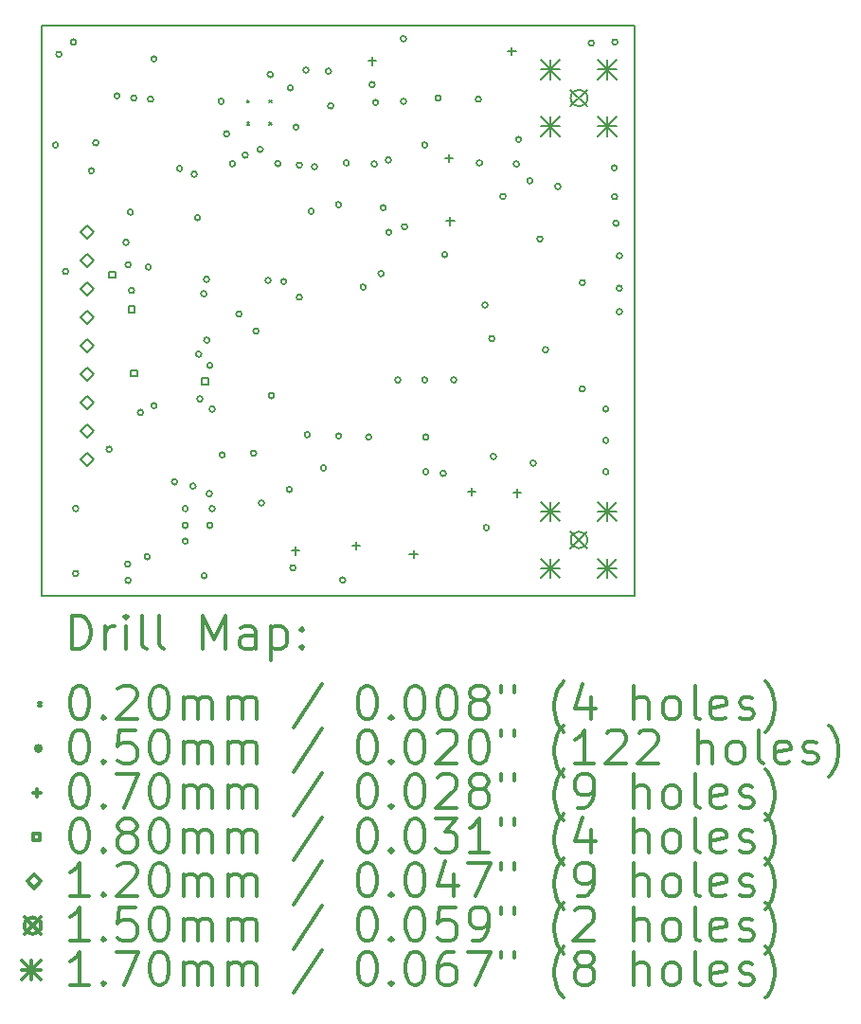
<source format=gbr>
%FSLAX45Y45*%
G04 Gerber Fmt 4.5, Leading zero omitted, Abs format (unit mm)*
G04 Created by KiCad (PCBNEW 4.0.5+dfsg1-4) date Mon Aug 13 15:56:23 2018*
%MOMM*%
%LPD*%
G01*
G04 APERTURE LIST*
%ADD10C,0.127000*%
%ADD11C,0.150000*%
%ADD12C,0.200000*%
%ADD13C,0.300000*%
G04 APERTURE END LIST*
D10*
D11*
X4950000Y-8200000D02*
X4950000Y-13150000D01*
X10250000Y-8050000D02*
X10250000Y-8200000D01*
X4950000Y-8050000D02*
X4950000Y-8200000D01*
X10250000Y-8050000D02*
X4950000Y-8050000D01*
X10250000Y-13150000D02*
X4950000Y-13150000D01*
X10250000Y-8200000D02*
X10250000Y-13150000D01*
D12*
X6780000Y-8720000D02*
X6800000Y-8740000D01*
X6800000Y-8720000D02*
X6780000Y-8740000D01*
X6780000Y-8920000D02*
X6800000Y-8940000D01*
X6800000Y-8920000D02*
X6780000Y-8940000D01*
X6980000Y-8720000D02*
X7000000Y-8740000D01*
X7000000Y-8720000D02*
X6980000Y-8740000D01*
X6980000Y-8920000D02*
X7000000Y-8940000D01*
X7000000Y-8920000D02*
X6980000Y-8940000D01*
X5095000Y-9120000D02*
G75*
G03X5095000Y-9120000I-25000J0D01*
G01*
X5125000Y-8310000D02*
G75*
G03X5125000Y-8310000I-25000J0D01*
G01*
X5185000Y-10250000D02*
G75*
G03X5185000Y-10250000I-25000J0D01*
G01*
X5255000Y-8200000D02*
G75*
G03X5255000Y-8200000I-25000J0D01*
G01*
X5275000Y-12369000D02*
G75*
G03X5275000Y-12369000I-25000J0D01*
G01*
X5275000Y-12950000D02*
G75*
G03X5275000Y-12950000I-25000J0D01*
G01*
X5415000Y-9350000D02*
G75*
G03X5415000Y-9350000I-25000J0D01*
G01*
X5455000Y-9100000D02*
G75*
G03X5455000Y-9100000I-25000J0D01*
G01*
X5575000Y-11840000D02*
G75*
G03X5575000Y-11840000I-25000J0D01*
G01*
X5645000Y-8680000D02*
G75*
G03X5645000Y-8680000I-25000J0D01*
G01*
X5725000Y-9990000D02*
G75*
G03X5725000Y-9990000I-25000J0D01*
G01*
X5740000Y-12867000D02*
G75*
G03X5740000Y-12867000I-25000J0D01*
G01*
X5744000Y-13012000D02*
G75*
G03X5744000Y-13012000I-25000J0D01*
G01*
X5745000Y-10190000D02*
G75*
G03X5745000Y-10190000I-25000J0D01*
G01*
X5765000Y-9720000D02*
G75*
G03X5765000Y-9720000I-25000J0D01*
G01*
X5775000Y-10420000D02*
G75*
G03X5775000Y-10420000I-25000J0D01*
G01*
X5795000Y-8700000D02*
G75*
G03X5795000Y-8700000I-25000J0D01*
G01*
X5855000Y-11510000D02*
G75*
G03X5855000Y-11510000I-25000J0D01*
G01*
X5915000Y-12800000D02*
G75*
G03X5915000Y-12800000I-25000J0D01*
G01*
X5925420Y-10210800D02*
G75*
G03X5925420Y-10210800I-25000J0D01*
G01*
X5945000Y-8710000D02*
G75*
G03X5945000Y-8710000I-25000J0D01*
G01*
X5975000Y-8350000D02*
G75*
G03X5975000Y-8350000I-25000J0D01*
G01*
X5975000Y-11450000D02*
G75*
G03X5975000Y-11450000I-25000J0D01*
G01*
X6159100Y-12131040D02*
G75*
G03X6159100Y-12131040I-25000J0D01*
G01*
X6205000Y-9330000D02*
G75*
G03X6205000Y-9330000I-25000J0D01*
G01*
X6255000Y-12370000D02*
G75*
G03X6255000Y-12370000I-25000J0D01*
G01*
X6255000Y-12520000D02*
G75*
G03X6255000Y-12520000I-25000J0D01*
G01*
X6255000Y-12660000D02*
G75*
G03X6255000Y-12660000I-25000J0D01*
G01*
X6324200Y-12167870D02*
G75*
G03X6324200Y-12167870I-25000J0D01*
G01*
X6335000Y-9380000D02*
G75*
G03X6335000Y-9380000I-25000J0D01*
G01*
X6365000Y-9770000D02*
G75*
G03X6365000Y-9770000I-25000J0D01*
G01*
X6375000Y-10990000D02*
G75*
G03X6375000Y-10990000I-25000J0D01*
G01*
X6385000Y-11390000D02*
G75*
G03X6385000Y-11390000I-25000J0D01*
G01*
X6420720Y-10449560D02*
G75*
G03X6420720Y-10449560I-25000J0D01*
G01*
X6425000Y-12970000D02*
G75*
G03X6425000Y-12970000I-25000J0D01*
G01*
X6445000Y-10320000D02*
G75*
G03X6445000Y-10320000I-25000J0D01*
G01*
X6447390Y-10864850D02*
G75*
G03X6447390Y-10864850I-25000J0D01*
G01*
X6468980Y-12236450D02*
G75*
G03X6468980Y-12236450I-25000J0D01*
G01*
X6475000Y-11090000D02*
G75*
G03X6475000Y-11090000I-25000J0D01*
G01*
X6475000Y-12520000D02*
G75*
G03X6475000Y-12520000I-25000J0D01*
G01*
X6495000Y-11480000D02*
G75*
G03X6495000Y-11480000I-25000J0D01*
G01*
X6495000Y-12370000D02*
G75*
G03X6495000Y-12370000I-25000J0D01*
G01*
X6575000Y-8730000D02*
G75*
G03X6575000Y-8730000I-25000J0D01*
G01*
X6585000Y-11890000D02*
G75*
G03X6585000Y-11890000I-25000J0D01*
G01*
X6625000Y-9020000D02*
G75*
G03X6625000Y-9020000I-25000J0D01*
G01*
X6677000Y-9288000D02*
G75*
G03X6677000Y-9288000I-25000J0D01*
G01*
X6735000Y-10630000D02*
G75*
G03X6735000Y-10630000I-25000J0D01*
G01*
X6791000Y-9210000D02*
G75*
G03X6791000Y-9210000I-25000J0D01*
G01*
X6865220Y-11874500D02*
G75*
G03X6865220Y-11874500I-25000J0D01*
G01*
X6888080Y-10783570D02*
G75*
G03X6888080Y-10783570I-25000J0D01*
G01*
X6925000Y-9160000D02*
G75*
G03X6925000Y-9160000I-25000J0D01*
G01*
X6935000Y-12320000D02*
G75*
G03X6935000Y-12320000I-25000J0D01*
G01*
X6995000Y-10330000D02*
G75*
G03X6995000Y-10330000I-25000J0D01*
G01*
X7015000Y-8490000D02*
G75*
G03X7015000Y-8490000I-25000J0D01*
G01*
X7025000Y-11360000D02*
G75*
G03X7025000Y-11360000I-25000J0D01*
G01*
X7083000Y-9286000D02*
G75*
G03X7083000Y-9286000I-25000J0D01*
G01*
X7135000Y-10340000D02*
G75*
G03X7135000Y-10340000I-25000J0D01*
G01*
X7185000Y-12200000D02*
G75*
G03X7185000Y-12200000I-25000J0D01*
G01*
X7195000Y-8610000D02*
G75*
G03X7195000Y-8610000I-25000J0D01*
G01*
X7217010Y-12899390D02*
G75*
G03X7217010Y-12899390I-25000J0D01*
G01*
X7245000Y-8960000D02*
G75*
G03X7245000Y-8960000I-25000J0D01*
G01*
X7275000Y-9300000D02*
G75*
G03X7275000Y-9300000I-25000J0D01*
G01*
X7275000Y-10480000D02*
G75*
G03X7275000Y-10480000I-25000J0D01*
G01*
X7335000Y-8450000D02*
G75*
G03X7335000Y-8450000I-25000J0D01*
G01*
X7345000Y-11710000D02*
G75*
G03X7345000Y-11710000I-25000J0D01*
G01*
X7380000Y-9712000D02*
G75*
G03X7380000Y-9712000I-25000J0D01*
G01*
X7411000Y-9314000D02*
G75*
G03X7411000Y-9314000I-25000J0D01*
G01*
X7490060Y-12006580D02*
G75*
G03X7490060Y-12006580I-25000J0D01*
G01*
X7535000Y-8460000D02*
G75*
G03X7535000Y-8460000I-25000J0D01*
G01*
X7555000Y-8770000D02*
G75*
G03X7555000Y-8770000I-25000J0D01*
G01*
X7624680Y-9653270D02*
G75*
G03X7624680Y-9653270I-25000J0D01*
G01*
X7625000Y-11720000D02*
G75*
G03X7625000Y-11720000I-25000J0D01*
G01*
X7661510Y-13007340D02*
G75*
G03X7661510Y-13007340I-25000J0D01*
G01*
X7695000Y-9280000D02*
G75*
G03X7695000Y-9280000I-25000J0D01*
G01*
X7845000Y-10390000D02*
G75*
G03X7845000Y-10390000I-25000J0D01*
G01*
X7895000Y-11730000D02*
G75*
G03X7895000Y-11730000I-25000J0D01*
G01*
X7925000Y-8580000D02*
G75*
G03X7925000Y-8580000I-25000J0D01*
G01*
X7945000Y-9290000D02*
G75*
G03X7945000Y-9290000I-25000J0D01*
G01*
X7955000Y-8740000D02*
G75*
G03X7955000Y-8740000I-25000J0D01*
G01*
X8005000Y-10270000D02*
G75*
G03X8005000Y-10270000I-25000J0D01*
G01*
X8025000Y-9680000D02*
G75*
G03X8025000Y-9680000I-25000J0D01*
G01*
X8070450Y-9253220D02*
G75*
G03X8070450Y-9253220I-25000J0D01*
G01*
X8075000Y-9900000D02*
G75*
G03X8075000Y-9900000I-25000J0D01*
G01*
X8155000Y-11220000D02*
G75*
G03X8155000Y-11220000I-25000J0D01*
G01*
X8205000Y-8170000D02*
G75*
G03X8205000Y-8170000I-25000J0D01*
G01*
X8205000Y-8730000D02*
G75*
G03X8205000Y-8730000I-25000J0D01*
G01*
X8215000Y-9850000D02*
G75*
G03X8215000Y-9850000I-25000J0D01*
G01*
X8395000Y-9120000D02*
G75*
G03X8395000Y-9120000I-25000J0D01*
G01*
X8395000Y-11220000D02*
G75*
G03X8395000Y-11220000I-25000J0D01*
G01*
X8405000Y-11730000D02*
G75*
G03X8405000Y-11730000I-25000J0D01*
G01*
X8405000Y-12040000D02*
G75*
G03X8405000Y-12040000I-25000J0D01*
G01*
X8515000Y-8700000D02*
G75*
G03X8515000Y-8700000I-25000J0D01*
G01*
X8560670Y-12054840D02*
G75*
G03X8560670Y-12054840I-25000J0D01*
G01*
X8575000Y-10100000D02*
G75*
G03X8575000Y-10100000I-25000J0D01*
G01*
X8655000Y-11220000D02*
G75*
G03X8655000Y-11220000I-25000J0D01*
G01*
X8875000Y-8710000D02*
G75*
G03X8875000Y-8710000I-25000J0D01*
G01*
X8885000Y-9280000D02*
G75*
G03X8885000Y-9280000I-25000J0D01*
G01*
X8935000Y-10550000D02*
G75*
G03X8935000Y-10550000I-25000J0D01*
G01*
X8945000Y-12540000D02*
G75*
G03X8945000Y-12540000I-25000J0D01*
G01*
X8995000Y-10850000D02*
G75*
G03X8995000Y-10850000I-25000J0D01*
G01*
X9008980Y-11903710D02*
G75*
G03X9008980Y-11903710I-25000J0D01*
G01*
X9095000Y-9580000D02*
G75*
G03X9095000Y-9580000I-25000J0D01*
G01*
X9215000Y-9290000D02*
G75*
G03X9215000Y-9290000I-25000J0D01*
G01*
X9235000Y-9070000D02*
G75*
G03X9235000Y-9070000I-25000J0D01*
G01*
X9335000Y-9440000D02*
G75*
G03X9335000Y-9440000I-25000J0D01*
G01*
X9364580Y-11963400D02*
G75*
G03X9364580Y-11963400I-25000J0D01*
G01*
X9425000Y-9960000D02*
G75*
G03X9425000Y-9960000I-25000J0D01*
G01*
X9475000Y-10950000D02*
G75*
G03X9475000Y-10950000I-25000J0D01*
G01*
X9585000Y-9490000D02*
G75*
G03X9585000Y-9490000I-25000J0D01*
G01*
X9803190Y-11300000D02*
G75*
G03X9803190Y-11300000I-25000J0D01*
G01*
X9805000Y-10350000D02*
G75*
G03X9805000Y-10350000I-25000J0D01*
G01*
X9885000Y-8210000D02*
G75*
G03X9885000Y-8210000I-25000J0D01*
G01*
X10015000Y-11480000D02*
G75*
G03X10015000Y-11480000I-25000J0D01*
G01*
X10015000Y-11760000D02*
G75*
G03X10015000Y-11760000I-25000J0D01*
G01*
X10015000Y-12040000D02*
G75*
G03X10015000Y-12040000I-25000J0D01*
G01*
X10089000Y-9324000D02*
G75*
G03X10089000Y-9324000I-25000J0D01*
G01*
X10093000Y-9582000D02*
G75*
G03X10093000Y-9582000I-25000J0D01*
G01*
X10095000Y-8200000D02*
G75*
G03X10095000Y-8200000I-25000J0D01*
G01*
X10105000Y-9820000D02*
G75*
G03X10105000Y-9820000I-25000J0D01*
G01*
X10135000Y-10110000D02*
G75*
G03X10135000Y-10110000I-25000J0D01*
G01*
X10135000Y-10400000D02*
G75*
G03X10135000Y-10400000I-25000J0D01*
G01*
X10135000Y-10610000D02*
G75*
G03X10135000Y-10610000I-25000J0D01*
G01*
X7218680Y-12711990D02*
X7218680Y-12781990D01*
X7183680Y-12746990D02*
X7253680Y-12746990D01*
X7759700Y-12666270D02*
X7759700Y-12736270D01*
X7724700Y-12701270D02*
X7794700Y-12701270D01*
X7900000Y-8335000D02*
X7900000Y-8405000D01*
X7865000Y-8370000D02*
X7935000Y-8370000D01*
X8270000Y-12745000D02*
X8270000Y-12815000D01*
X8235000Y-12780000D02*
X8305000Y-12780000D01*
X8590000Y-9205000D02*
X8590000Y-9275000D01*
X8555000Y-9240000D02*
X8625000Y-9240000D01*
X8600000Y-9765000D02*
X8600000Y-9835000D01*
X8565000Y-9800000D02*
X8635000Y-9800000D01*
X8790000Y-12185000D02*
X8790000Y-12255000D01*
X8755000Y-12220000D02*
X8825000Y-12220000D01*
X9150000Y-8245000D02*
X9150000Y-8315000D01*
X9115000Y-8280000D02*
X9185000Y-8280000D01*
X9200000Y-12195000D02*
X9200000Y-12265000D01*
X9165000Y-12230000D02*
X9235000Y-12230000D01*
X5608284Y-10308285D02*
X5608284Y-10251716D01*
X5551716Y-10251716D01*
X5551716Y-10308285D01*
X5608284Y-10308285D01*
X5778284Y-10618285D02*
X5778284Y-10561716D01*
X5721715Y-10561716D01*
X5721715Y-10618285D01*
X5778284Y-10618285D01*
X5798284Y-11188284D02*
X5798284Y-11131716D01*
X5741715Y-11131716D01*
X5741715Y-11188284D01*
X5798284Y-11188284D01*
X6438284Y-11258284D02*
X6438284Y-11201715D01*
X6381715Y-11201715D01*
X6381715Y-11258284D01*
X6438284Y-11258284D01*
X5350000Y-9960000D02*
X5410000Y-9900000D01*
X5350000Y-9840000D01*
X5290000Y-9900000D01*
X5350000Y-9960000D01*
X5350000Y-10214000D02*
X5410000Y-10154000D01*
X5350000Y-10094000D01*
X5290000Y-10154000D01*
X5350000Y-10214000D01*
X5350000Y-10468000D02*
X5410000Y-10408000D01*
X5350000Y-10348000D01*
X5290000Y-10408000D01*
X5350000Y-10468000D01*
X5350000Y-10722000D02*
X5410000Y-10662000D01*
X5350000Y-10602000D01*
X5290000Y-10662000D01*
X5350000Y-10722000D01*
X5350000Y-10976000D02*
X5410000Y-10916000D01*
X5350000Y-10856000D01*
X5290000Y-10916000D01*
X5350000Y-10976000D01*
X5350000Y-11230000D02*
X5410000Y-11170000D01*
X5350000Y-11110000D01*
X5290000Y-11170000D01*
X5350000Y-11230000D01*
X5350000Y-11484000D02*
X5410000Y-11424000D01*
X5350000Y-11364000D01*
X5290000Y-11424000D01*
X5350000Y-11484000D01*
X5350000Y-11738000D02*
X5410000Y-11678000D01*
X5350000Y-11618000D01*
X5290000Y-11678000D01*
X5350000Y-11738000D01*
X5350000Y-11992000D02*
X5410000Y-11932000D01*
X5350000Y-11872000D01*
X5290000Y-11932000D01*
X5350000Y-11992000D01*
X9675000Y-8625000D02*
X9825000Y-8775000D01*
X9825000Y-8625000D02*
X9675000Y-8775000D01*
X9825000Y-8700000D02*
G75*
G03X9825000Y-8700000I-75000J0D01*
G01*
X9675000Y-12575000D02*
X9825000Y-12725000D01*
X9825000Y-12575000D02*
X9675000Y-12725000D01*
X9825000Y-12650000D02*
G75*
G03X9825000Y-12650000I-75000J0D01*
G01*
X9411000Y-8361000D02*
X9581000Y-8531000D01*
X9581000Y-8361000D02*
X9411000Y-8531000D01*
X9496000Y-8361000D02*
X9496000Y-8531000D01*
X9411000Y-8446000D02*
X9581000Y-8446000D01*
X9411000Y-8869000D02*
X9581000Y-9039000D01*
X9581000Y-8869000D02*
X9411000Y-9039000D01*
X9496000Y-8869000D02*
X9496000Y-9039000D01*
X9411000Y-8954000D02*
X9581000Y-8954000D01*
X9411000Y-12311000D02*
X9581000Y-12481000D01*
X9581000Y-12311000D02*
X9411000Y-12481000D01*
X9496000Y-12311000D02*
X9496000Y-12481000D01*
X9411000Y-12396000D02*
X9581000Y-12396000D01*
X9411000Y-12819000D02*
X9581000Y-12989000D01*
X9581000Y-12819000D02*
X9411000Y-12989000D01*
X9496000Y-12819000D02*
X9496000Y-12989000D01*
X9411000Y-12904000D02*
X9581000Y-12904000D01*
X9919000Y-8361000D02*
X10089000Y-8531000D01*
X10089000Y-8361000D02*
X9919000Y-8531000D01*
X10004000Y-8361000D02*
X10004000Y-8531000D01*
X9919000Y-8446000D02*
X10089000Y-8446000D01*
X9919000Y-8869000D02*
X10089000Y-9039000D01*
X10089000Y-8869000D02*
X9919000Y-9039000D01*
X10004000Y-8869000D02*
X10004000Y-9039000D01*
X9919000Y-8954000D02*
X10089000Y-8954000D01*
X9919000Y-12311000D02*
X10089000Y-12481000D01*
X10089000Y-12311000D02*
X9919000Y-12481000D01*
X10004000Y-12311000D02*
X10004000Y-12481000D01*
X9919000Y-12396000D02*
X10089000Y-12396000D01*
X9919000Y-12819000D02*
X10089000Y-12989000D01*
X10089000Y-12819000D02*
X9919000Y-12989000D01*
X10004000Y-12819000D02*
X10004000Y-12989000D01*
X9919000Y-12904000D02*
X10089000Y-12904000D01*
D13*
X5213929Y-13623214D02*
X5213929Y-13323214D01*
X5285357Y-13323214D01*
X5328214Y-13337500D01*
X5356786Y-13366071D01*
X5371071Y-13394643D01*
X5385357Y-13451786D01*
X5385357Y-13494643D01*
X5371071Y-13551786D01*
X5356786Y-13580357D01*
X5328214Y-13608929D01*
X5285357Y-13623214D01*
X5213929Y-13623214D01*
X5513929Y-13623214D02*
X5513929Y-13423214D01*
X5513929Y-13480357D02*
X5528214Y-13451786D01*
X5542500Y-13437500D01*
X5571071Y-13423214D01*
X5599643Y-13423214D01*
X5699643Y-13623214D02*
X5699643Y-13423214D01*
X5699643Y-13323214D02*
X5685357Y-13337500D01*
X5699643Y-13351786D01*
X5713928Y-13337500D01*
X5699643Y-13323214D01*
X5699643Y-13351786D01*
X5885357Y-13623214D02*
X5856786Y-13608929D01*
X5842500Y-13580357D01*
X5842500Y-13323214D01*
X6042500Y-13623214D02*
X6013928Y-13608929D01*
X5999643Y-13580357D01*
X5999643Y-13323214D01*
X6385357Y-13623214D02*
X6385357Y-13323214D01*
X6485357Y-13537500D01*
X6585357Y-13323214D01*
X6585357Y-13623214D01*
X6856786Y-13623214D02*
X6856786Y-13466071D01*
X6842500Y-13437500D01*
X6813928Y-13423214D01*
X6756786Y-13423214D01*
X6728214Y-13437500D01*
X6856786Y-13608929D02*
X6828214Y-13623214D01*
X6756786Y-13623214D01*
X6728214Y-13608929D01*
X6713928Y-13580357D01*
X6713928Y-13551786D01*
X6728214Y-13523214D01*
X6756786Y-13508929D01*
X6828214Y-13508929D01*
X6856786Y-13494643D01*
X6999643Y-13423214D02*
X6999643Y-13723214D01*
X6999643Y-13437500D02*
X7028214Y-13423214D01*
X7085357Y-13423214D01*
X7113928Y-13437500D01*
X7128214Y-13451786D01*
X7142500Y-13480357D01*
X7142500Y-13566071D01*
X7128214Y-13594643D01*
X7113928Y-13608929D01*
X7085357Y-13623214D01*
X7028214Y-13623214D01*
X6999643Y-13608929D01*
X7271071Y-13594643D02*
X7285357Y-13608929D01*
X7271071Y-13623214D01*
X7256786Y-13608929D01*
X7271071Y-13594643D01*
X7271071Y-13623214D01*
X7271071Y-13437500D02*
X7285357Y-13451786D01*
X7271071Y-13466071D01*
X7256786Y-13451786D01*
X7271071Y-13437500D01*
X7271071Y-13466071D01*
X4922500Y-14107500D02*
X4942500Y-14127500D01*
X4942500Y-14107500D02*
X4922500Y-14127500D01*
X5271071Y-13953214D02*
X5299643Y-13953214D01*
X5328214Y-13967500D01*
X5342500Y-13981786D01*
X5356786Y-14010357D01*
X5371071Y-14067500D01*
X5371071Y-14138929D01*
X5356786Y-14196071D01*
X5342500Y-14224643D01*
X5328214Y-14238929D01*
X5299643Y-14253214D01*
X5271071Y-14253214D01*
X5242500Y-14238929D01*
X5228214Y-14224643D01*
X5213929Y-14196071D01*
X5199643Y-14138929D01*
X5199643Y-14067500D01*
X5213929Y-14010357D01*
X5228214Y-13981786D01*
X5242500Y-13967500D01*
X5271071Y-13953214D01*
X5499643Y-14224643D02*
X5513929Y-14238929D01*
X5499643Y-14253214D01*
X5485357Y-14238929D01*
X5499643Y-14224643D01*
X5499643Y-14253214D01*
X5628214Y-13981786D02*
X5642500Y-13967500D01*
X5671071Y-13953214D01*
X5742500Y-13953214D01*
X5771071Y-13967500D01*
X5785357Y-13981786D01*
X5799643Y-14010357D01*
X5799643Y-14038929D01*
X5785357Y-14081786D01*
X5613928Y-14253214D01*
X5799643Y-14253214D01*
X5985357Y-13953214D02*
X6013928Y-13953214D01*
X6042500Y-13967500D01*
X6056786Y-13981786D01*
X6071071Y-14010357D01*
X6085357Y-14067500D01*
X6085357Y-14138929D01*
X6071071Y-14196071D01*
X6056786Y-14224643D01*
X6042500Y-14238929D01*
X6013928Y-14253214D01*
X5985357Y-14253214D01*
X5956786Y-14238929D01*
X5942500Y-14224643D01*
X5928214Y-14196071D01*
X5913928Y-14138929D01*
X5913928Y-14067500D01*
X5928214Y-14010357D01*
X5942500Y-13981786D01*
X5956786Y-13967500D01*
X5985357Y-13953214D01*
X6213928Y-14253214D02*
X6213928Y-14053214D01*
X6213928Y-14081786D02*
X6228214Y-14067500D01*
X6256786Y-14053214D01*
X6299643Y-14053214D01*
X6328214Y-14067500D01*
X6342500Y-14096071D01*
X6342500Y-14253214D01*
X6342500Y-14096071D02*
X6356786Y-14067500D01*
X6385357Y-14053214D01*
X6428214Y-14053214D01*
X6456786Y-14067500D01*
X6471071Y-14096071D01*
X6471071Y-14253214D01*
X6613928Y-14253214D02*
X6613928Y-14053214D01*
X6613928Y-14081786D02*
X6628214Y-14067500D01*
X6656786Y-14053214D01*
X6699643Y-14053214D01*
X6728214Y-14067500D01*
X6742500Y-14096071D01*
X6742500Y-14253214D01*
X6742500Y-14096071D02*
X6756786Y-14067500D01*
X6785357Y-14053214D01*
X6828214Y-14053214D01*
X6856786Y-14067500D01*
X6871071Y-14096071D01*
X6871071Y-14253214D01*
X7456786Y-13938929D02*
X7199643Y-14324643D01*
X7842500Y-13953214D02*
X7871071Y-13953214D01*
X7899643Y-13967500D01*
X7913928Y-13981786D01*
X7928214Y-14010357D01*
X7942500Y-14067500D01*
X7942500Y-14138929D01*
X7928214Y-14196071D01*
X7913928Y-14224643D01*
X7899643Y-14238929D01*
X7871071Y-14253214D01*
X7842500Y-14253214D01*
X7813928Y-14238929D01*
X7799643Y-14224643D01*
X7785357Y-14196071D01*
X7771071Y-14138929D01*
X7771071Y-14067500D01*
X7785357Y-14010357D01*
X7799643Y-13981786D01*
X7813928Y-13967500D01*
X7842500Y-13953214D01*
X8071071Y-14224643D02*
X8085357Y-14238929D01*
X8071071Y-14253214D01*
X8056786Y-14238929D01*
X8071071Y-14224643D01*
X8071071Y-14253214D01*
X8271071Y-13953214D02*
X8299643Y-13953214D01*
X8328214Y-13967500D01*
X8342500Y-13981786D01*
X8356785Y-14010357D01*
X8371071Y-14067500D01*
X8371071Y-14138929D01*
X8356785Y-14196071D01*
X8342500Y-14224643D01*
X8328214Y-14238929D01*
X8299643Y-14253214D01*
X8271071Y-14253214D01*
X8242500Y-14238929D01*
X8228214Y-14224643D01*
X8213928Y-14196071D01*
X8199643Y-14138929D01*
X8199643Y-14067500D01*
X8213928Y-14010357D01*
X8228214Y-13981786D01*
X8242500Y-13967500D01*
X8271071Y-13953214D01*
X8556786Y-13953214D02*
X8585357Y-13953214D01*
X8613928Y-13967500D01*
X8628214Y-13981786D01*
X8642500Y-14010357D01*
X8656786Y-14067500D01*
X8656786Y-14138929D01*
X8642500Y-14196071D01*
X8628214Y-14224643D01*
X8613928Y-14238929D01*
X8585357Y-14253214D01*
X8556786Y-14253214D01*
X8528214Y-14238929D01*
X8513928Y-14224643D01*
X8499643Y-14196071D01*
X8485357Y-14138929D01*
X8485357Y-14067500D01*
X8499643Y-14010357D01*
X8513928Y-13981786D01*
X8528214Y-13967500D01*
X8556786Y-13953214D01*
X8828214Y-14081786D02*
X8799643Y-14067500D01*
X8785357Y-14053214D01*
X8771071Y-14024643D01*
X8771071Y-14010357D01*
X8785357Y-13981786D01*
X8799643Y-13967500D01*
X8828214Y-13953214D01*
X8885357Y-13953214D01*
X8913928Y-13967500D01*
X8928214Y-13981786D01*
X8942500Y-14010357D01*
X8942500Y-14024643D01*
X8928214Y-14053214D01*
X8913928Y-14067500D01*
X8885357Y-14081786D01*
X8828214Y-14081786D01*
X8799643Y-14096071D01*
X8785357Y-14110357D01*
X8771071Y-14138929D01*
X8771071Y-14196071D01*
X8785357Y-14224643D01*
X8799643Y-14238929D01*
X8828214Y-14253214D01*
X8885357Y-14253214D01*
X8913928Y-14238929D01*
X8928214Y-14224643D01*
X8942500Y-14196071D01*
X8942500Y-14138929D01*
X8928214Y-14110357D01*
X8913928Y-14096071D01*
X8885357Y-14081786D01*
X9056786Y-13953214D02*
X9056786Y-14010357D01*
X9171071Y-13953214D02*
X9171071Y-14010357D01*
X9613928Y-14367500D02*
X9599643Y-14353214D01*
X9571071Y-14310357D01*
X9556786Y-14281786D01*
X9542500Y-14238929D01*
X9528214Y-14167500D01*
X9528214Y-14110357D01*
X9542500Y-14038929D01*
X9556786Y-13996071D01*
X9571071Y-13967500D01*
X9599643Y-13924643D01*
X9613928Y-13910357D01*
X9856786Y-14053214D02*
X9856786Y-14253214D01*
X9785357Y-13938929D02*
X9713928Y-14153214D01*
X9899643Y-14153214D01*
X10242500Y-14253214D02*
X10242500Y-13953214D01*
X10371071Y-14253214D02*
X10371071Y-14096071D01*
X10356786Y-14067500D01*
X10328214Y-14053214D01*
X10285357Y-14053214D01*
X10256786Y-14067500D01*
X10242500Y-14081786D01*
X10556786Y-14253214D02*
X10528214Y-14238929D01*
X10513928Y-14224643D01*
X10499643Y-14196071D01*
X10499643Y-14110357D01*
X10513928Y-14081786D01*
X10528214Y-14067500D01*
X10556786Y-14053214D01*
X10599643Y-14053214D01*
X10628214Y-14067500D01*
X10642500Y-14081786D01*
X10656786Y-14110357D01*
X10656786Y-14196071D01*
X10642500Y-14224643D01*
X10628214Y-14238929D01*
X10599643Y-14253214D01*
X10556786Y-14253214D01*
X10828214Y-14253214D02*
X10799643Y-14238929D01*
X10785357Y-14210357D01*
X10785357Y-13953214D01*
X11056786Y-14238929D02*
X11028214Y-14253214D01*
X10971071Y-14253214D01*
X10942500Y-14238929D01*
X10928214Y-14210357D01*
X10928214Y-14096071D01*
X10942500Y-14067500D01*
X10971071Y-14053214D01*
X11028214Y-14053214D01*
X11056786Y-14067500D01*
X11071071Y-14096071D01*
X11071071Y-14124643D01*
X10928214Y-14153214D01*
X11185357Y-14238929D02*
X11213928Y-14253214D01*
X11271071Y-14253214D01*
X11299643Y-14238929D01*
X11313928Y-14210357D01*
X11313928Y-14196071D01*
X11299643Y-14167500D01*
X11271071Y-14153214D01*
X11228214Y-14153214D01*
X11199643Y-14138929D01*
X11185357Y-14110357D01*
X11185357Y-14096071D01*
X11199643Y-14067500D01*
X11228214Y-14053214D01*
X11271071Y-14053214D01*
X11299643Y-14067500D01*
X11413928Y-14367500D02*
X11428214Y-14353214D01*
X11456786Y-14310357D01*
X11471071Y-14281786D01*
X11485357Y-14238929D01*
X11499643Y-14167500D01*
X11499643Y-14110357D01*
X11485357Y-14038929D01*
X11471071Y-13996071D01*
X11456786Y-13967500D01*
X11428214Y-13924643D01*
X11413928Y-13910357D01*
X4942500Y-14513500D02*
G75*
G03X4942500Y-14513500I-25000J0D01*
G01*
X5271071Y-14349214D02*
X5299643Y-14349214D01*
X5328214Y-14363500D01*
X5342500Y-14377786D01*
X5356786Y-14406357D01*
X5371071Y-14463500D01*
X5371071Y-14534929D01*
X5356786Y-14592071D01*
X5342500Y-14620643D01*
X5328214Y-14634929D01*
X5299643Y-14649214D01*
X5271071Y-14649214D01*
X5242500Y-14634929D01*
X5228214Y-14620643D01*
X5213929Y-14592071D01*
X5199643Y-14534929D01*
X5199643Y-14463500D01*
X5213929Y-14406357D01*
X5228214Y-14377786D01*
X5242500Y-14363500D01*
X5271071Y-14349214D01*
X5499643Y-14620643D02*
X5513929Y-14634929D01*
X5499643Y-14649214D01*
X5485357Y-14634929D01*
X5499643Y-14620643D01*
X5499643Y-14649214D01*
X5785357Y-14349214D02*
X5642500Y-14349214D01*
X5628214Y-14492071D01*
X5642500Y-14477786D01*
X5671071Y-14463500D01*
X5742500Y-14463500D01*
X5771071Y-14477786D01*
X5785357Y-14492071D01*
X5799643Y-14520643D01*
X5799643Y-14592071D01*
X5785357Y-14620643D01*
X5771071Y-14634929D01*
X5742500Y-14649214D01*
X5671071Y-14649214D01*
X5642500Y-14634929D01*
X5628214Y-14620643D01*
X5985357Y-14349214D02*
X6013928Y-14349214D01*
X6042500Y-14363500D01*
X6056786Y-14377786D01*
X6071071Y-14406357D01*
X6085357Y-14463500D01*
X6085357Y-14534929D01*
X6071071Y-14592071D01*
X6056786Y-14620643D01*
X6042500Y-14634929D01*
X6013928Y-14649214D01*
X5985357Y-14649214D01*
X5956786Y-14634929D01*
X5942500Y-14620643D01*
X5928214Y-14592071D01*
X5913928Y-14534929D01*
X5913928Y-14463500D01*
X5928214Y-14406357D01*
X5942500Y-14377786D01*
X5956786Y-14363500D01*
X5985357Y-14349214D01*
X6213928Y-14649214D02*
X6213928Y-14449214D01*
X6213928Y-14477786D02*
X6228214Y-14463500D01*
X6256786Y-14449214D01*
X6299643Y-14449214D01*
X6328214Y-14463500D01*
X6342500Y-14492071D01*
X6342500Y-14649214D01*
X6342500Y-14492071D02*
X6356786Y-14463500D01*
X6385357Y-14449214D01*
X6428214Y-14449214D01*
X6456786Y-14463500D01*
X6471071Y-14492071D01*
X6471071Y-14649214D01*
X6613928Y-14649214D02*
X6613928Y-14449214D01*
X6613928Y-14477786D02*
X6628214Y-14463500D01*
X6656786Y-14449214D01*
X6699643Y-14449214D01*
X6728214Y-14463500D01*
X6742500Y-14492071D01*
X6742500Y-14649214D01*
X6742500Y-14492071D02*
X6756786Y-14463500D01*
X6785357Y-14449214D01*
X6828214Y-14449214D01*
X6856786Y-14463500D01*
X6871071Y-14492071D01*
X6871071Y-14649214D01*
X7456786Y-14334929D02*
X7199643Y-14720643D01*
X7842500Y-14349214D02*
X7871071Y-14349214D01*
X7899643Y-14363500D01*
X7913928Y-14377786D01*
X7928214Y-14406357D01*
X7942500Y-14463500D01*
X7942500Y-14534929D01*
X7928214Y-14592071D01*
X7913928Y-14620643D01*
X7899643Y-14634929D01*
X7871071Y-14649214D01*
X7842500Y-14649214D01*
X7813928Y-14634929D01*
X7799643Y-14620643D01*
X7785357Y-14592071D01*
X7771071Y-14534929D01*
X7771071Y-14463500D01*
X7785357Y-14406357D01*
X7799643Y-14377786D01*
X7813928Y-14363500D01*
X7842500Y-14349214D01*
X8071071Y-14620643D02*
X8085357Y-14634929D01*
X8071071Y-14649214D01*
X8056786Y-14634929D01*
X8071071Y-14620643D01*
X8071071Y-14649214D01*
X8271071Y-14349214D02*
X8299643Y-14349214D01*
X8328214Y-14363500D01*
X8342500Y-14377786D01*
X8356785Y-14406357D01*
X8371071Y-14463500D01*
X8371071Y-14534929D01*
X8356785Y-14592071D01*
X8342500Y-14620643D01*
X8328214Y-14634929D01*
X8299643Y-14649214D01*
X8271071Y-14649214D01*
X8242500Y-14634929D01*
X8228214Y-14620643D01*
X8213928Y-14592071D01*
X8199643Y-14534929D01*
X8199643Y-14463500D01*
X8213928Y-14406357D01*
X8228214Y-14377786D01*
X8242500Y-14363500D01*
X8271071Y-14349214D01*
X8485357Y-14377786D02*
X8499643Y-14363500D01*
X8528214Y-14349214D01*
X8599643Y-14349214D01*
X8628214Y-14363500D01*
X8642500Y-14377786D01*
X8656786Y-14406357D01*
X8656786Y-14434929D01*
X8642500Y-14477786D01*
X8471071Y-14649214D01*
X8656786Y-14649214D01*
X8842500Y-14349214D02*
X8871071Y-14349214D01*
X8899643Y-14363500D01*
X8913928Y-14377786D01*
X8928214Y-14406357D01*
X8942500Y-14463500D01*
X8942500Y-14534929D01*
X8928214Y-14592071D01*
X8913928Y-14620643D01*
X8899643Y-14634929D01*
X8871071Y-14649214D01*
X8842500Y-14649214D01*
X8813928Y-14634929D01*
X8799643Y-14620643D01*
X8785357Y-14592071D01*
X8771071Y-14534929D01*
X8771071Y-14463500D01*
X8785357Y-14406357D01*
X8799643Y-14377786D01*
X8813928Y-14363500D01*
X8842500Y-14349214D01*
X9056786Y-14349214D02*
X9056786Y-14406357D01*
X9171071Y-14349214D02*
X9171071Y-14406357D01*
X9613928Y-14763500D02*
X9599643Y-14749214D01*
X9571071Y-14706357D01*
X9556786Y-14677786D01*
X9542500Y-14634929D01*
X9528214Y-14563500D01*
X9528214Y-14506357D01*
X9542500Y-14434929D01*
X9556786Y-14392071D01*
X9571071Y-14363500D01*
X9599643Y-14320643D01*
X9613928Y-14306357D01*
X9885357Y-14649214D02*
X9713928Y-14649214D01*
X9799643Y-14649214D02*
X9799643Y-14349214D01*
X9771071Y-14392071D01*
X9742500Y-14420643D01*
X9713928Y-14434929D01*
X9999643Y-14377786D02*
X10013928Y-14363500D01*
X10042500Y-14349214D01*
X10113928Y-14349214D01*
X10142500Y-14363500D01*
X10156786Y-14377786D01*
X10171071Y-14406357D01*
X10171071Y-14434929D01*
X10156786Y-14477786D01*
X9985357Y-14649214D01*
X10171071Y-14649214D01*
X10285357Y-14377786D02*
X10299643Y-14363500D01*
X10328214Y-14349214D01*
X10399643Y-14349214D01*
X10428214Y-14363500D01*
X10442500Y-14377786D01*
X10456786Y-14406357D01*
X10456786Y-14434929D01*
X10442500Y-14477786D01*
X10271071Y-14649214D01*
X10456786Y-14649214D01*
X10813928Y-14649214D02*
X10813928Y-14349214D01*
X10942500Y-14649214D02*
X10942500Y-14492071D01*
X10928214Y-14463500D01*
X10899643Y-14449214D01*
X10856786Y-14449214D01*
X10828214Y-14463500D01*
X10813928Y-14477786D01*
X11128214Y-14649214D02*
X11099643Y-14634929D01*
X11085357Y-14620643D01*
X11071071Y-14592071D01*
X11071071Y-14506357D01*
X11085357Y-14477786D01*
X11099643Y-14463500D01*
X11128214Y-14449214D01*
X11171071Y-14449214D01*
X11199643Y-14463500D01*
X11213928Y-14477786D01*
X11228214Y-14506357D01*
X11228214Y-14592071D01*
X11213928Y-14620643D01*
X11199643Y-14634929D01*
X11171071Y-14649214D01*
X11128214Y-14649214D01*
X11399643Y-14649214D02*
X11371071Y-14634929D01*
X11356786Y-14606357D01*
X11356786Y-14349214D01*
X11628214Y-14634929D02*
X11599643Y-14649214D01*
X11542500Y-14649214D01*
X11513928Y-14634929D01*
X11499643Y-14606357D01*
X11499643Y-14492071D01*
X11513928Y-14463500D01*
X11542500Y-14449214D01*
X11599643Y-14449214D01*
X11628214Y-14463500D01*
X11642500Y-14492071D01*
X11642500Y-14520643D01*
X11499643Y-14549214D01*
X11756786Y-14634929D02*
X11785357Y-14649214D01*
X11842500Y-14649214D01*
X11871071Y-14634929D01*
X11885357Y-14606357D01*
X11885357Y-14592071D01*
X11871071Y-14563500D01*
X11842500Y-14549214D01*
X11799643Y-14549214D01*
X11771071Y-14534929D01*
X11756786Y-14506357D01*
X11756786Y-14492071D01*
X11771071Y-14463500D01*
X11799643Y-14449214D01*
X11842500Y-14449214D01*
X11871071Y-14463500D01*
X11985357Y-14763500D02*
X11999643Y-14749214D01*
X12028214Y-14706357D01*
X12042500Y-14677786D01*
X12056786Y-14634929D01*
X12071071Y-14563500D01*
X12071071Y-14506357D01*
X12056786Y-14434929D01*
X12042500Y-14392071D01*
X12028214Y-14363500D01*
X11999643Y-14320643D01*
X11985357Y-14306357D01*
X4907500Y-14874500D02*
X4907500Y-14944500D01*
X4872500Y-14909500D02*
X4942500Y-14909500D01*
X5271071Y-14745214D02*
X5299643Y-14745214D01*
X5328214Y-14759500D01*
X5342500Y-14773786D01*
X5356786Y-14802357D01*
X5371071Y-14859500D01*
X5371071Y-14930929D01*
X5356786Y-14988071D01*
X5342500Y-15016643D01*
X5328214Y-15030929D01*
X5299643Y-15045214D01*
X5271071Y-15045214D01*
X5242500Y-15030929D01*
X5228214Y-15016643D01*
X5213929Y-14988071D01*
X5199643Y-14930929D01*
X5199643Y-14859500D01*
X5213929Y-14802357D01*
X5228214Y-14773786D01*
X5242500Y-14759500D01*
X5271071Y-14745214D01*
X5499643Y-15016643D02*
X5513929Y-15030929D01*
X5499643Y-15045214D01*
X5485357Y-15030929D01*
X5499643Y-15016643D01*
X5499643Y-15045214D01*
X5613928Y-14745214D02*
X5813928Y-14745214D01*
X5685357Y-15045214D01*
X5985357Y-14745214D02*
X6013928Y-14745214D01*
X6042500Y-14759500D01*
X6056786Y-14773786D01*
X6071071Y-14802357D01*
X6085357Y-14859500D01*
X6085357Y-14930929D01*
X6071071Y-14988071D01*
X6056786Y-15016643D01*
X6042500Y-15030929D01*
X6013928Y-15045214D01*
X5985357Y-15045214D01*
X5956786Y-15030929D01*
X5942500Y-15016643D01*
X5928214Y-14988071D01*
X5913928Y-14930929D01*
X5913928Y-14859500D01*
X5928214Y-14802357D01*
X5942500Y-14773786D01*
X5956786Y-14759500D01*
X5985357Y-14745214D01*
X6213928Y-15045214D02*
X6213928Y-14845214D01*
X6213928Y-14873786D02*
X6228214Y-14859500D01*
X6256786Y-14845214D01*
X6299643Y-14845214D01*
X6328214Y-14859500D01*
X6342500Y-14888071D01*
X6342500Y-15045214D01*
X6342500Y-14888071D02*
X6356786Y-14859500D01*
X6385357Y-14845214D01*
X6428214Y-14845214D01*
X6456786Y-14859500D01*
X6471071Y-14888071D01*
X6471071Y-15045214D01*
X6613928Y-15045214D02*
X6613928Y-14845214D01*
X6613928Y-14873786D02*
X6628214Y-14859500D01*
X6656786Y-14845214D01*
X6699643Y-14845214D01*
X6728214Y-14859500D01*
X6742500Y-14888071D01*
X6742500Y-15045214D01*
X6742500Y-14888071D02*
X6756786Y-14859500D01*
X6785357Y-14845214D01*
X6828214Y-14845214D01*
X6856786Y-14859500D01*
X6871071Y-14888071D01*
X6871071Y-15045214D01*
X7456786Y-14730929D02*
X7199643Y-15116643D01*
X7842500Y-14745214D02*
X7871071Y-14745214D01*
X7899643Y-14759500D01*
X7913928Y-14773786D01*
X7928214Y-14802357D01*
X7942500Y-14859500D01*
X7942500Y-14930929D01*
X7928214Y-14988071D01*
X7913928Y-15016643D01*
X7899643Y-15030929D01*
X7871071Y-15045214D01*
X7842500Y-15045214D01*
X7813928Y-15030929D01*
X7799643Y-15016643D01*
X7785357Y-14988071D01*
X7771071Y-14930929D01*
X7771071Y-14859500D01*
X7785357Y-14802357D01*
X7799643Y-14773786D01*
X7813928Y-14759500D01*
X7842500Y-14745214D01*
X8071071Y-15016643D02*
X8085357Y-15030929D01*
X8071071Y-15045214D01*
X8056786Y-15030929D01*
X8071071Y-15016643D01*
X8071071Y-15045214D01*
X8271071Y-14745214D02*
X8299643Y-14745214D01*
X8328214Y-14759500D01*
X8342500Y-14773786D01*
X8356785Y-14802357D01*
X8371071Y-14859500D01*
X8371071Y-14930929D01*
X8356785Y-14988071D01*
X8342500Y-15016643D01*
X8328214Y-15030929D01*
X8299643Y-15045214D01*
X8271071Y-15045214D01*
X8242500Y-15030929D01*
X8228214Y-15016643D01*
X8213928Y-14988071D01*
X8199643Y-14930929D01*
X8199643Y-14859500D01*
X8213928Y-14802357D01*
X8228214Y-14773786D01*
X8242500Y-14759500D01*
X8271071Y-14745214D01*
X8485357Y-14773786D02*
X8499643Y-14759500D01*
X8528214Y-14745214D01*
X8599643Y-14745214D01*
X8628214Y-14759500D01*
X8642500Y-14773786D01*
X8656786Y-14802357D01*
X8656786Y-14830929D01*
X8642500Y-14873786D01*
X8471071Y-15045214D01*
X8656786Y-15045214D01*
X8828214Y-14873786D02*
X8799643Y-14859500D01*
X8785357Y-14845214D01*
X8771071Y-14816643D01*
X8771071Y-14802357D01*
X8785357Y-14773786D01*
X8799643Y-14759500D01*
X8828214Y-14745214D01*
X8885357Y-14745214D01*
X8913928Y-14759500D01*
X8928214Y-14773786D01*
X8942500Y-14802357D01*
X8942500Y-14816643D01*
X8928214Y-14845214D01*
X8913928Y-14859500D01*
X8885357Y-14873786D01*
X8828214Y-14873786D01*
X8799643Y-14888071D01*
X8785357Y-14902357D01*
X8771071Y-14930929D01*
X8771071Y-14988071D01*
X8785357Y-15016643D01*
X8799643Y-15030929D01*
X8828214Y-15045214D01*
X8885357Y-15045214D01*
X8913928Y-15030929D01*
X8928214Y-15016643D01*
X8942500Y-14988071D01*
X8942500Y-14930929D01*
X8928214Y-14902357D01*
X8913928Y-14888071D01*
X8885357Y-14873786D01*
X9056786Y-14745214D02*
X9056786Y-14802357D01*
X9171071Y-14745214D02*
X9171071Y-14802357D01*
X9613928Y-15159500D02*
X9599643Y-15145214D01*
X9571071Y-15102357D01*
X9556786Y-15073786D01*
X9542500Y-15030929D01*
X9528214Y-14959500D01*
X9528214Y-14902357D01*
X9542500Y-14830929D01*
X9556786Y-14788071D01*
X9571071Y-14759500D01*
X9599643Y-14716643D01*
X9613928Y-14702357D01*
X9742500Y-15045214D02*
X9799643Y-15045214D01*
X9828214Y-15030929D01*
X9842500Y-15016643D01*
X9871071Y-14973786D01*
X9885357Y-14916643D01*
X9885357Y-14802357D01*
X9871071Y-14773786D01*
X9856786Y-14759500D01*
X9828214Y-14745214D01*
X9771071Y-14745214D01*
X9742500Y-14759500D01*
X9728214Y-14773786D01*
X9713928Y-14802357D01*
X9713928Y-14873786D01*
X9728214Y-14902357D01*
X9742500Y-14916643D01*
X9771071Y-14930929D01*
X9828214Y-14930929D01*
X9856786Y-14916643D01*
X9871071Y-14902357D01*
X9885357Y-14873786D01*
X10242500Y-15045214D02*
X10242500Y-14745214D01*
X10371071Y-15045214D02*
X10371071Y-14888071D01*
X10356786Y-14859500D01*
X10328214Y-14845214D01*
X10285357Y-14845214D01*
X10256786Y-14859500D01*
X10242500Y-14873786D01*
X10556786Y-15045214D02*
X10528214Y-15030929D01*
X10513928Y-15016643D01*
X10499643Y-14988071D01*
X10499643Y-14902357D01*
X10513928Y-14873786D01*
X10528214Y-14859500D01*
X10556786Y-14845214D01*
X10599643Y-14845214D01*
X10628214Y-14859500D01*
X10642500Y-14873786D01*
X10656786Y-14902357D01*
X10656786Y-14988071D01*
X10642500Y-15016643D01*
X10628214Y-15030929D01*
X10599643Y-15045214D01*
X10556786Y-15045214D01*
X10828214Y-15045214D02*
X10799643Y-15030929D01*
X10785357Y-15002357D01*
X10785357Y-14745214D01*
X11056786Y-15030929D02*
X11028214Y-15045214D01*
X10971071Y-15045214D01*
X10942500Y-15030929D01*
X10928214Y-15002357D01*
X10928214Y-14888071D01*
X10942500Y-14859500D01*
X10971071Y-14845214D01*
X11028214Y-14845214D01*
X11056786Y-14859500D01*
X11071071Y-14888071D01*
X11071071Y-14916643D01*
X10928214Y-14945214D01*
X11185357Y-15030929D02*
X11213928Y-15045214D01*
X11271071Y-15045214D01*
X11299643Y-15030929D01*
X11313928Y-15002357D01*
X11313928Y-14988071D01*
X11299643Y-14959500D01*
X11271071Y-14945214D01*
X11228214Y-14945214D01*
X11199643Y-14930929D01*
X11185357Y-14902357D01*
X11185357Y-14888071D01*
X11199643Y-14859500D01*
X11228214Y-14845214D01*
X11271071Y-14845214D01*
X11299643Y-14859500D01*
X11413928Y-15159500D02*
X11428214Y-15145214D01*
X11456786Y-15102357D01*
X11471071Y-15073786D01*
X11485357Y-15030929D01*
X11499643Y-14959500D01*
X11499643Y-14902357D01*
X11485357Y-14830929D01*
X11471071Y-14788071D01*
X11456786Y-14759500D01*
X11428214Y-14716643D01*
X11413928Y-14702357D01*
X4930784Y-15333785D02*
X4930784Y-15277216D01*
X4874215Y-15277216D01*
X4874215Y-15333785D01*
X4930784Y-15333785D01*
X5271071Y-15141214D02*
X5299643Y-15141214D01*
X5328214Y-15155500D01*
X5342500Y-15169786D01*
X5356786Y-15198357D01*
X5371071Y-15255500D01*
X5371071Y-15326929D01*
X5356786Y-15384071D01*
X5342500Y-15412643D01*
X5328214Y-15426929D01*
X5299643Y-15441214D01*
X5271071Y-15441214D01*
X5242500Y-15426929D01*
X5228214Y-15412643D01*
X5213929Y-15384071D01*
X5199643Y-15326929D01*
X5199643Y-15255500D01*
X5213929Y-15198357D01*
X5228214Y-15169786D01*
X5242500Y-15155500D01*
X5271071Y-15141214D01*
X5499643Y-15412643D02*
X5513929Y-15426929D01*
X5499643Y-15441214D01*
X5485357Y-15426929D01*
X5499643Y-15412643D01*
X5499643Y-15441214D01*
X5685357Y-15269786D02*
X5656786Y-15255500D01*
X5642500Y-15241214D01*
X5628214Y-15212643D01*
X5628214Y-15198357D01*
X5642500Y-15169786D01*
X5656786Y-15155500D01*
X5685357Y-15141214D01*
X5742500Y-15141214D01*
X5771071Y-15155500D01*
X5785357Y-15169786D01*
X5799643Y-15198357D01*
X5799643Y-15212643D01*
X5785357Y-15241214D01*
X5771071Y-15255500D01*
X5742500Y-15269786D01*
X5685357Y-15269786D01*
X5656786Y-15284071D01*
X5642500Y-15298357D01*
X5628214Y-15326929D01*
X5628214Y-15384071D01*
X5642500Y-15412643D01*
X5656786Y-15426929D01*
X5685357Y-15441214D01*
X5742500Y-15441214D01*
X5771071Y-15426929D01*
X5785357Y-15412643D01*
X5799643Y-15384071D01*
X5799643Y-15326929D01*
X5785357Y-15298357D01*
X5771071Y-15284071D01*
X5742500Y-15269786D01*
X5985357Y-15141214D02*
X6013928Y-15141214D01*
X6042500Y-15155500D01*
X6056786Y-15169786D01*
X6071071Y-15198357D01*
X6085357Y-15255500D01*
X6085357Y-15326929D01*
X6071071Y-15384071D01*
X6056786Y-15412643D01*
X6042500Y-15426929D01*
X6013928Y-15441214D01*
X5985357Y-15441214D01*
X5956786Y-15426929D01*
X5942500Y-15412643D01*
X5928214Y-15384071D01*
X5913928Y-15326929D01*
X5913928Y-15255500D01*
X5928214Y-15198357D01*
X5942500Y-15169786D01*
X5956786Y-15155500D01*
X5985357Y-15141214D01*
X6213928Y-15441214D02*
X6213928Y-15241214D01*
X6213928Y-15269786D02*
X6228214Y-15255500D01*
X6256786Y-15241214D01*
X6299643Y-15241214D01*
X6328214Y-15255500D01*
X6342500Y-15284071D01*
X6342500Y-15441214D01*
X6342500Y-15284071D02*
X6356786Y-15255500D01*
X6385357Y-15241214D01*
X6428214Y-15241214D01*
X6456786Y-15255500D01*
X6471071Y-15284071D01*
X6471071Y-15441214D01*
X6613928Y-15441214D02*
X6613928Y-15241214D01*
X6613928Y-15269786D02*
X6628214Y-15255500D01*
X6656786Y-15241214D01*
X6699643Y-15241214D01*
X6728214Y-15255500D01*
X6742500Y-15284071D01*
X6742500Y-15441214D01*
X6742500Y-15284071D02*
X6756786Y-15255500D01*
X6785357Y-15241214D01*
X6828214Y-15241214D01*
X6856786Y-15255500D01*
X6871071Y-15284071D01*
X6871071Y-15441214D01*
X7456786Y-15126929D02*
X7199643Y-15512643D01*
X7842500Y-15141214D02*
X7871071Y-15141214D01*
X7899643Y-15155500D01*
X7913928Y-15169786D01*
X7928214Y-15198357D01*
X7942500Y-15255500D01*
X7942500Y-15326929D01*
X7928214Y-15384071D01*
X7913928Y-15412643D01*
X7899643Y-15426929D01*
X7871071Y-15441214D01*
X7842500Y-15441214D01*
X7813928Y-15426929D01*
X7799643Y-15412643D01*
X7785357Y-15384071D01*
X7771071Y-15326929D01*
X7771071Y-15255500D01*
X7785357Y-15198357D01*
X7799643Y-15169786D01*
X7813928Y-15155500D01*
X7842500Y-15141214D01*
X8071071Y-15412643D02*
X8085357Y-15426929D01*
X8071071Y-15441214D01*
X8056786Y-15426929D01*
X8071071Y-15412643D01*
X8071071Y-15441214D01*
X8271071Y-15141214D02*
X8299643Y-15141214D01*
X8328214Y-15155500D01*
X8342500Y-15169786D01*
X8356785Y-15198357D01*
X8371071Y-15255500D01*
X8371071Y-15326929D01*
X8356785Y-15384071D01*
X8342500Y-15412643D01*
X8328214Y-15426929D01*
X8299643Y-15441214D01*
X8271071Y-15441214D01*
X8242500Y-15426929D01*
X8228214Y-15412643D01*
X8213928Y-15384071D01*
X8199643Y-15326929D01*
X8199643Y-15255500D01*
X8213928Y-15198357D01*
X8228214Y-15169786D01*
X8242500Y-15155500D01*
X8271071Y-15141214D01*
X8471071Y-15141214D02*
X8656786Y-15141214D01*
X8556786Y-15255500D01*
X8599643Y-15255500D01*
X8628214Y-15269786D01*
X8642500Y-15284071D01*
X8656786Y-15312643D01*
X8656786Y-15384071D01*
X8642500Y-15412643D01*
X8628214Y-15426929D01*
X8599643Y-15441214D01*
X8513928Y-15441214D01*
X8485357Y-15426929D01*
X8471071Y-15412643D01*
X8942500Y-15441214D02*
X8771071Y-15441214D01*
X8856786Y-15441214D02*
X8856786Y-15141214D01*
X8828214Y-15184071D01*
X8799643Y-15212643D01*
X8771071Y-15226929D01*
X9056786Y-15141214D02*
X9056786Y-15198357D01*
X9171071Y-15141214D02*
X9171071Y-15198357D01*
X9613928Y-15555500D02*
X9599643Y-15541214D01*
X9571071Y-15498357D01*
X9556786Y-15469786D01*
X9542500Y-15426929D01*
X9528214Y-15355500D01*
X9528214Y-15298357D01*
X9542500Y-15226929D01*
X9556786Y-15184071D01*
X9571071Y-15155500D01*
X9599643Y-15112643D01*
X9613928Y-15098357D01*
X9856786Y-15241214D02*
X9856786Y-15441214D01*
X9785357Y-15126929D02*
X9713928Y-15341214D01*
X9899643Y-15341214D01*
X10242500Y-15441214D02*
X10242500Y-15141214D01*
X10371071Y-15441214D02*
X10371071Y-15284071D01*
X10356786Y-15255500D01*
X10328214Y-15241214D01*
X10285357Y-15241214D01*
X10256786Y-15255500D01*
X10242500Y-15269786D01*
X10556786Y-15441214D02*
X10528214Y-15426929D01*
X10513928Y-15412643D01*
X10499643Y-15384071D01*
X10499643Y-15298357D01*
X10513928Y-15269786D01*
X10528214Y-15255500D01*
X10556786Y-15241214D01*
X10599643Y-15241214D01*
X10628214Y-15255500D01*
X10642500Y-15269786D01*
X10656786Y-15298357D01*
X10656786Y-15384071D01*
X10642500Y-15412643D01*
X10628214Y-15426929D01*
X10599643Y-15441214D01*
X10556786Y-15441214D01*
X10828214Y-15441214D02*
X10799643Y-15426929D01*
X10785357Y-15398357D01*
X10785357Y-15141214D01*
X11056786Y-15426929D02*
X11028214Y-15441214D01*
X10971071Y-15441214D01*
X10942500Y-15426929D01*
X10928214Y-15398357D01*
X10928214Y-15284071D01*
X10942500Y-15255500D01*
X10971071Y-15241214D01*
X11028214Y-15241214D01*
X11056786Y-15255500D01*
X11071071Y-15284071D01*
X11071071Y-15312643D01*
X10928214Y-15341214D01*
X11185357Y-15426929D02*
X11213928Y-15441214D01*
X11271071Y-15441214D01*
X11299643Y-15426929D01*
X11313928Y-15398357D01*
X11313928Y-15384071D01*
X11299643Y-15355500D01*
X11271071Y-15341214D01*
X11228214Y-15341214D01*
X11199643Y-15326929D01*
X11185357Y-15298357D01*
X11185357Y-15284071D01*
X11199643Y-15255500D01*
X11228214Y-15241214D01*
X11271071Y-15241214D01*
X11299643Y-15255500D01*
X11413928Y-15555500D02*
X11428214Y-15541214D01*
X11456786Y-15498357D01*
X11471071Y-15469786D01*
X11485357Y-15426929D01*
X11499643Y-15355500D01*
X11499643Y-15298357D01*
X11485357Y-15226929D01*
X11471071Y-15184071D01*
X11456786Y-15155500D01*
X11428214Y-15112643D01*
X11413928Y-15098357D01*
X4882500Y-15761500D02*
X4942500Y-15701500D01*
X4882500Y-15641500D01*
X4822500Y-15701500D01*
X4882500Y-15761500D01*
X5371071Y-15837214D02*
X5199643Y-15837214D01*
X5285357Y-15837214D02*
X5285357Y-15537214D01*
X5256786Y-15580071D01*
X5228214Y-15608643D01*
X5199643Y-15622929D01*
X5499643Y-15808643D02*
X5513929Y-15822929D01*
X5499643Y-15837214D01*
X5485357Y-15822929D01*
X5499643Y-15808643D01*
X5499643Y-15837214D01*
X5628214Y-15565786D02*
X5642500Y-15551500D01*
X5671071Y-15537214D01*
X5742500Y-15537214D01*
X5771071Y-15551500D01*
X5785357Y-15565786D01*
X5799643Y-15594357D01*
X5799643Y-15622929D01*
X5785357Y-15665786D01*
X5613928Y-15837214D01*
X5799643Y-15837214D01*
X5985357Y-15537214D02*
X6013928Y-15537214D01*
X6042500Y-15551500D01*
X6056786Y-15565786D01*
X6071071Y-15594357D01*
X6085357Y-15651500D01*
X6085357Y-15722929D01*
X6071071Y-15780071D01*
X6056786Y-15808643D01*
X6042500Y-15822929D01*
X6013928Y-15837214D01*
X5985357Y-15837214D01*
X5956786Y-15822929D01*
X5942500Y-15808643D01*
X5928214Y-15780071D01*
X5913928Y-15722929D01*
X5913928Y-15651500D01*
X5928214Y-15594357D01*
X5942500Y-15565786D01*
X5956786Y-15551500D01*
X5985357Y-15537214D01*
X6213928Y-15837214D02*
X6213928Y-15637214D01*
X6213928Y-15665786D02*
X6228214Y-15651500D01*
X6256786Y-15637214D01*
X6299643Y-15637214D01*
X6328214Y-15651500D01*
X6342500Y-15680071D01*
X6342500Y-15837214D01*
X6342500Y-15680071D02*
X6356786Y-15651500D01*
X6385357Y-15637214D01*
X6428214Y-15637214D01*
X6456786Y-15651500D01*
X6471071Y-15680071D01*
X6471071Y-15837214D01*
X6613928Y-15837214D02*
X6613928Y-15637214D01*
X6613928Y-15665786D02*
X6628214Y-15651500D01*
X6656786Y-15637214D01*
X6699643Y-15637214D01*
X6728214Y-15651500D01*
X6742500Y-15680071D01*
X6742500Y-15837214D01*
X6742500Y-15680071D02*
X6756786Y-15651500D01*
X6785357Y-15637214D01*
X6828214Y-15637214D01*
X6856786Y-15651500D01*
X6871071Y-15680071D01*
X6871071Y-15837214D01*
X7456786Y-15522929D02*
X7199643Y-15908643D01*
X7842500Y-15537214D02*
X7871071Y-15537214D01*
X7899643Y-15551500D01*
X7913928Y-15565786D01*
X7928214Y-15594357D01*
X7942500Y-15651500D01*
X7942500Y-15722929D01*
X7928214Y-15780071D01*
X7913928Y-15808643D01*
X7899643Y-15822929D01*
X7871071Y-15837214D01*
X7842500Y-15837214D01*
X7813928Y-15822929D01*
X7799643Y-15808643D01*
X7785357Y-15780071D01*
X7771071Y-15722929D01*
X7771071Y-15651500D01*
X7785357Y-15594357D01*
X7799643Y-15565786D01*
X7813928Y-15551500D01*
X7842500Y-15537214D01*
X8071071Y-15808643D02*
X8085357Y-15822929D01*
X8071071Y-15837214D01*
X8056786Y-15822929D01*
X8071071Y-15808643D01*
X8071071Y-15837214D01*
X8271071Y-15537214D02*
X8299643Y-15537214D01*
X8328214Y-15551500D01*
X8342500Y-15565786D01*
X8356785Y-15594357D01*
X8371071Y-15651500D01*
X8371071Y-15722929D01*
X8356785Y-15780071D01*
X8342500Y-15808643D01*
X8328214Y-15822929D01*
X8299643Y-15837214D01*
X8271071Y-15837214D01*
X8242500Y-15822929D01*
X8228214Y-15808643D01*
X8213928Y-15780071D01*
X8199643Y-15722929D01*
X8199643Y-15651500D01*
X8213928Y-15594357D01*
X8228214Y-15565786D01*
X8242500Y-15551500D01*
X8271071Y-15537214D01*
X8628214Y-15637214D02*
X8628214Y-15837214D01*
X8556786Y-15522929D02*
X8485357Y-15737214D01*
X8671071Y-15737214D01*
X8756786Y-15537214D02*
X8956786Y-15537214D01*
X8828214Y-15837214D01*
X9056786Y-15537214D02*
X9056786Y-15594357D01*
X9171071Y-15537214D02*
X9171071Y-15594357D01*
X9613928Y-15951500D02*
X9599643Y-15937214D01*
X9571071Y-15894357D01*
X9556786Y-15865786D01*
X9542500Y-15822929D01*
X9528214Y-15751500D01*
X9528214Y-15694357D01*
X9542500Y-15622929D01*
X9556786Y-15580071D01*
X9571071Y-15551500D01*
X9599643Y-15508643D01*
X9613928Y-15494357D01*
X9742500Y-15837214D02*
X9799643Y-15837214D01*
X9828214Y-15822929D01*
X9842500Y-15808643D01*
X9871071Y-15765786D01*
X9885357Y-15708643D01*
X9885357Y-15594357D01*
X9871071Y-15565786D01*
X9856786Y-15551500D01*
X9828214Y-15537214D01*
X9771071Y-15537214D01*
X9742500Y-15551500D01*
X9728214Y-15565786D01*
X9713928Y-15594357D01*
X9713928Y-15665786D01*
X9728214Y-15694357D01*
X9742500Y-15708643D01*
X9771071Y-15722929D01*
X9828214Y-15722929D01*
X9856786Y-15708643D01*
X9871071Y-15694357D01*
X9885357Y-15665786D01*
X10242500Y-15837214D02*
X10242500Y-15537214D01*
X10371071Y-15837214D02*
X10371071Y-15680071D01*
X10356786Y-15651500D01*
X10328214Y-15637214D01*
X10285357Y-15637214D01*
X10256786Y-15651500D01*
X10242500Y-15665786D01*
X10556786Y-15837214D02*
X10528214Y-15822929D01*
X10513928Y-15808643D01*
X10499643Y-15780071D01*
X10499643Y-15694357D01*
X10513928Y-15665786D01*
X10528214Y-15651500D01*
X10556786Y-15637214D01*
X10599643Y-15637214D01*
X10628214Y-15651500D01*
X10642500Y-15665786D01*
X10656786Y-15694357D01*
X10656786Y-15780071D01*
X10642500Y-15808643D01*
X10628214Y-15822929D01*
X10599643Y-15837214D01*
X10556786Y-15837214D01*
X10828214Y-15837214D02*
X10799643Y-15822929D01*
X10785357Y-15794357D01*
X10785357Y-15537214D01*
X11056786Y-15822929D02*
X11028214Y-15837214D01*
X10971071Y-15837214D01*
X10942500Y-15822929D01*
X10928214Y-15794357D01*
X10928214Y-15680071D01*
X10942500Y-15651500D01*
X10971071Y-15637214D01*
X11028214Y-15637214D01*
X11056786Y-15651500D01*
X11071071Y-15680071D01*
X11071071Y-15708643D01*
X10928214Y-15737214D01*
X11185357Y-15822929D02*
X11213928Y-15837214D01*
X11271071Y-15837214D01*
X11299643Y-15822929D01*
X11313928Y-15794357D01*
X11313928Y-15780071D01*
X11299643Y-15751500D01*
X11271071Y-15737214D01*
X11228214Y-15737214D01*
X11199643Y-15722929D01*
X11185357Y-15694357D01*
X11185357Y-15680071D01*
X11199643Y-15651500D01*
X11228214Y-15637214D01*
X11271071Y-15637214D01*
X11299643Y-15651500D01*
X11413928Y-15951500D02*
X11428214Y-15937214D01*
X11456786Y-15894357D01*
X11471071Y-15865786D01*
X11485357Y-15822929D01*
X11499643Y-15751500D01*
X11499643Y-15694357D01*
X11485357Y-15622929D01*
X11471071Y-15580071D01*
X11456786Y-15551500D01*
X11428214Y-15508643D01*
X11413928Y-15494357D01*
X4792500Y-16022500D02*
X4942500Y-16172500D01*
X4942500Y-16022500D02*
X4792500Y-16172500D01*
X4942500Y-16097500D02*
G75*
G03X4942500Y-16097500I-75000J0D01*
G01*
X5371071Y-16233214D02*
X5199643Y-16233214D01*
X5285357Y-16233214D02*
X5285357Y-15933214D01*
X5256786Y-15976071D01*
X5228214Y-16004643D01*
X5199643Y-16018929D01*
X5499643Y-16204643D02*
X5513929Y-16218929D01*
X5499643Y-16233214D01*
X5485357Y-16218929D01*
X5499643Y-16204643D01*
X5499643Y-16233214D01*
X5785357Y-15933214D02*
X5642500Y-15933214D01*
X5628214Y-16076071D01*
X5642500Y-16061786D01*
X5671071Y-16047500D01*
X5742500Y-16047500D01*
X5771071Y-16061786D01*
X5785357Y-16076071D01*
X5799643Y-16104643D01*
X5799643Y-16176071D01*
X5785357Y-16204643D01*
X5771071Y-16218929D01*
X5742500Y-16233214D01*
X5671071Y-16233214D01*
X5642500Y-16218929D01*
X5628214Y-16204643D01*
X5985357Y-15933214D02*
X6013928Y-15933214D01*
X6042500Y-15947500D01*
X6056786Y-15961786D01*
X6071071Y-15990357D01*
X6085357Y-16047500D01*
X6085357Y-16118929D01*
X6071071Y-16176071D01*
X6056786Y-16204643D01*
X6042500Y-16218929D01*
X6013928Y-16233214D01*
X5985357Y-16233214D01*
X5956786Y-16218929D01*
X5942500Y-16204643D01*
X5928214Y-16176071D01*
X5913928Y-16118929D01*
X5913928Y-16047500D01*
X5928214Y-15990357D01*
X5942500Y-15961786D01*
X5956786Y-15947500D01*
X5985357Y-15933214D01*
X6213928Y-16233214D02*
X6213928Y-16033214D01*
X6213928Y-16061786D02*
X6228214Y-16047500D01*
X6256786Y-16033214D01*
X6299643Y-16033214D01*
X6328214Y-16047500D01*
X6342500Y-16076071D01*
X6342500Y-16233214D01*
X6342500Y-16076071D02*
X6356786Y-16047500D01*
X6385357Y-16033214D01*
X6428214Y-16033214D01*
X6456786Y-16047500D01*
X6471071Y-16076071D01*
X6471071Y-16233214D01*
X6613928Y-16233214D02*
X6613928Y-16033214D01*
X6613928Y-16061786D02*
X6628214Y-16047500D01*
X6656786Y-16033214D01*
X6699643Y-16033214D01*
X6728214Y-16047500D01*
X6742500Y-16076071D01*
X6742500Y-16233214D01*
X6742500Y-16076071D02*
X6756786Y-16047500D01*
X6785357Y-16033214D01*
X6828214Y-16033214D01*
X6856786Y-16047500D01*
X6871071Y-16076071D01*
X6871071Y-16233214D01*
X7456786Y-15918929D02*
X7199643Y-16304643D01*
X7842500Y-15933214D02*
X7871071Y-15933214D01*
X7899643Y-15947500D01*
X7913928Y-15961786D01*
X7928214Y-15990357D01*
X7942500Y-16047500D01*
X7942500Y-16118929D01*
X7928214Y-16176071D01*
X7913928Y-16204643D01*
X7899643Y-16218929D01*
X7871071Y-16233214D01*
X7842500Y-16233214D01*
X7813928Y-16218929D01*
X7799643Y-16204643D01*
X7785357Y-16176071D01*
X7771071Y-16118929D01*
X7771071Y-16047500D01*
X7785357Y-15990357D01*
X7799643Y-15961786D01*
X7813928Y-15947500D01*
X7842500Y-15933214D01*
X8071071Y-16204643D02*
X8085357Y-16218929D01*
X8071071Y-16233214D01*
X8056786Y-16218929D01*
X8071071Y-16204643D01*
X8071071Y-16233214D01*
X8271071Y-15933214D02*
X8299643Y-15933214D01*
X8328214Y-15947500D01*
X8342500Y-15961786D01*
X8356785Y-15990357D01*
X8371071Y-16047500D01*
X8371071Y-16118929D01*
X8356785Y-16176071D01*
X8342500Y-16204643D01*
X8328214Y-16218929D01*
X8299643Y-16233214D01*
X8271071Y-16233214D01*
X8242500Y-16218929D01*
X8228214Y-16204643D01*
X8213928Y-16176071D01*
X8199643Y-16118929D01*
X8199643Y-16047500D01*
X8213928Y-15990357D01*
X8228214Y-15961786D01*
X8242500Y-15947500D01*
X8271071Y-15933214D01*
X8642500Y-15933214D02*
X8499643Y-15933214D01*
X8485357Y-16076071D01*
X8499643Y-16061786D01*
X8528214Y-16047500D01*
X8599643Y-16047500D01*
X8628214Y-16061786D01*
X8642500Y-16076071D01*
X8656786Y-16104643D01*
X8656786Y-16176071D01*
X8642500Y-16204643D01*
X8628214Y-16218929D01*
X8599643Y-16233214D01*
X8528214Y-16233214D01*
X8499643Y-16218929D01*
X8485357Y-16204643D01*
X8799643Y-16233214D02*
X8856786Y-16233214D01*
X8885357Y-16218929D01*
X8899643Y-16204643D01*
X8928214Y-16161786D01*
X8942500Y-16104643D01*
X8942500Y-15990357D01*
X8928214Y-15961786D01*
X8913928Y-15947500D01*
X8885357Y-15933214D01*
X8828214Y-15933214D01*
X8799643Y-15947500D01*
X8785357Y-15961786D01*
X8771071Y-15990357D01*
X8771071Y-16061786D01*
X8785357Y-16090357D01*
X8799643Y-16104643D01*
X8828214Y-16118929D01*
X8885357Y-16118929D01*
X8913928Y-16104643D01*
X8928214Y-16090357D01*
X8942500Y-16061786D01*
X9056786Y-15933214D02*
X9056786Y-15990357D01*
X9171071Y-15933214D02*
X9171071Y-15990357D01*
X9613928Y-16347500D02*
X9599643Y-16333214D01*
X9571071Y-16290357D01*
X9556786Y-16261786D01*
X9542500Y-16218929D01*
X9528214Y-16147500D01*
X9528214Y-16090357D01*
X9542500Y-16018929D01*
X9556786Y-15976071D01*
X9571071Y-15947500D01*
X9599643Y-15904643D01*
X9613928Y-15890357D01*
X9713928Y-15961786D02*
X9728214Y-15947500D01*
X9756786Y-15933214D01*
X9828214Y-15933214D01*
X9856786Y-15947500D01*
X9871071Y-15961786D01*
X9885357Y-15990357D01*
X9885357Y-16018929D01*
X9871071Y-16061786D01*
X9699643Y-16233214D01*
X9885357Y-16233214D01*
X10242500Y-16233214D02*
X10242500Y-15933214D01*
X10371071Y-16233214D02*
X10371071Y-16076071D01*
X10356786Y-16047500D01*
X10328214Y-16033214D01*
X10285357Y-16033214D01*
X10256786Y-16047500D01*
X10242500Y-16061786D01*
X10556786Y-16233214D02*
X10528214Y-16218929D01*
X10513928Y-16204643D01*
X10499643Y-16176071D01*
X10499643Y-16090357D01*
X10513928Y-16061786D01*
X10528214Y-16047500D01*
X10556786Y-16033214D01*
X10599643Y-16033214D01*
X10628214Y-16047500D01*
X10642500Y-16061786D01*
X10656786Y-16090357D01*
X10656786Y-16176071D01*
X10642500Y-16204643D01*
X10628214Y-16218929D01*
X10599643Y-16233214D01*
X10556786Y-16233214D01*
X10828214Y-16233214D02*
X10799643Y-16218929D01*
X10785357Y-16190357D01*
X10785357Y-15933214D01*
X11056786Y-16218929D02*
X11028214Y-16233214D01*
X10971071Y-16233214D01*
X10942500Y-16218929D01*
X10928214Y-16190357D01*
X10928214Y-16076071D01*
X10942500Y-16047500D01*
X10971071Y-16033214D01*
X11028214Y-16033214D01*
X11056786Y-16047500D01*
X11071071Y-16076071D01*
X11071071Y-16104643D01*
X10928214Y-16133214D01*
X11185357Y-16218929D02*
X11213928Y-16233214D01*
X11271071Y-16233214D01*
X11299643Y-16218929D01*
X11313928Y-16190357D01*
X11313928Y-16176071D01*
X11299643Y-16147500D01*
X11271071Y-16133214D01*
X11228214Y-16133214D01*
X11199643Y-16118929D01*
X11185357Y-16090357D01*
X11185357Y-16076071D01*
X11199643Y-16047500D01*
X11228214Y-16033214D01*
X11271071Y-16033214D01*
X11299643Y-16047500D01*
X11413928Y-16347500D02*
X11428214Y-16333214D01*
X11456786Y-16290357D01*
X11471071Y-16261786D01*
X11485357Y-16218929D01*
X11499643Y-16147500D01*
X11499643Y-16090357D01*
X11485357Y-16018929D01*
X11471071Y-15976071D01*
X11456786Y-15947500D01*
X11428214Y-15904643D01*
X11413928Y-15890357D01*
X4772500Y-16408500D02*
X4942500Y-16578500D01*
X4942500Y-16408500D02*
X4772500Y-16578500D01*
X4857500Y-16408500D02*
X4857500Y-16578500D01*
X4772500Y-16493500D02*
X4942500Y-16493500D01*
X5371071Y-16629214D02*
X5199643Y-16629214D01*
X5285357Y-16629214D02*
X5285357Y-16329214D01*
X5256786Y-16372071D01*
X5228214Y-16400643D01*
X5199643Y-16414929D01*
X5499643Y-16600643D02*
X5513929Y-16614929D01*
X5499643Y-16629214D01*
X5485357Y-16614929D01*
X5499643Y-16600643D01*
X5499643Y-16629214D01*
X5613928Y-16329214D02*
X5813928Y-16329214D01*
X5685357Y-16629214D01*
X5985357Y-16329214D02*
X6013928Y-16329214D01*
X6042500Y-16343500D01*
X6056786Y-16357786D01*
X6071071Y-16386357D01*
X6085357Y-16443500D01*
X6085357Y-16514929D01*
X6071071Y-16572071D01*
X6056786Y-16600643D01*
X6042500Y-16614929D01*
X6013928Y-16629214D01*
X5985357Y-16629214D01*
X5956786Y-16614929D01*
X5942500Y-16600643D01*
X5928214Y-16572071D01*
X5913928Y-16514929D01*
X5913928Y-16443500D01*
X5928214Y-16386357D01*
X5942500Y-16357786D01*
X5956786Y-16343500D01*
X5985357Y-16329214D01*
X6213928Y-16629214D02*
X6213928Y-16429214D01*
X6213928Y-16457786D02*
X6228214Y-16443500D01*
X6256786Y-16429214D01*
X6299643Y-16429214D01*
X6328214Y-16443500D01*
X6342500Y-16472071D01*
X6342500Y-16629214D01*
X6342500Y-16472071D02*
X6356786Y-16443500D01*
X6385357Y-16429214D01*
X6428214Y-16429214D01*
X6456786Y-16443500D01*
X6471071Y-16472071D01*
X6471071Y-16629214D01*
X6613928Y-16629214D02*
X6613928Y-16429214D01*
X6613928Y-16457786D02*
X6628214Y-16443500D01*
X6656786Y-16429214D01*
X6699643Y-16429214D01*
X6728214Y-16443500D01*
X6742500Y-16472071D01*
X6742500Y-16629214D01*
X6742500Y-16472071D02*
X6756786Y-16443500D01*
X6785357Y-16429214D01*
X6828214Y-16429214D01*
X6856786Y-16443500D01*
X6871071Y-16472071D01*
X6871071Y-16629214D01*
X7456786Y-16314929D02*
X7199643Y-16700643D01*
X7842500Y-16329214D02*
X7871071Y-16329214D01*
X7899643Y-16343500D01*
X7913928Y-16357786D01*
X7928214Y-16386357D01*
X7942500Y-16443500D01*
X7942500Y-16514929D01*
X7928214Y-16572071D01*
X7913928Y-16600643D01*
X7899643Y-16614929D01*
X7871071Y-16629214D01*
X7842500Y-16629214D01*
X7813928Y-16614929D01*
X7799643Y-16600643D01*
X7785357Y-16572071D01*
X7771071Y-16514929D01*
X7771071Y-16443500D01*
X7785357Y-16386357D01*
X7799643Y-16357786D01*
X7813928Y-16343500D01*
X7842500Y-16329214D01*
X8071071Y-16600643D02*
X8085357Y-16614929D01*
X8071071Y-16629214D01*
X8056786Y-16614929D01*
X8071071Y-16600643D01*
X8071071Y-16629214D01*
X8271071Y-16329214D02*
X8299643Y-16329214D01*
X8328214Y-16343500D01*
X8342500Y-16357786D01*
X8356785Y-16386357D01*
X8371071Y-16443500D01*
X8371071Y-16514929D01*
X8356785Y-16572071D01*
X8342500Y-16600643D01*
X8328214Y-16614929D01*
X8299643Y-16629214D01*
X8271071Y-16629214D01*
X8242500Y-16614929D01*
X8228214Y-16600643D01*
X8213928Y-16572071D01*
X8199643Y-16514929D01*
X8199643Y-16443500D01*
X8213928Y-16386357D01*
X8228214Y-16357786D01*
X8242500Y-16343500D01*
X8271071Y-16329214D01*
X8628214Y-16329214D02*
X8571071Y-16329214D01*
X8542500Y-16343500D01*
X8528214Y-16357786D01*
X8499643Y-16400643D01*
X8485357Y-16457786D01*
X8485357Y-16572071D01*
X8499643Y-16600643D01*
X8513928Y-16614929D01*
X8542500Y-16629214D01*
X8599643Y-16629214D01*
X8628214Y-16614929D01*
X8642500Y-16600643D01*
X8656786Y-16572071D01*
X8656786Y-16500643D01*
X8642500Y-16472071D01*
X8628214Y-16457786D01*
X8599643Y-16443500D01*
X8542500Y-16443500D01*
X8513928Y-16457786D01*
X8499643Y-16472071D01*
X8485357Y-16500643D01*
X8756786Y-16329214D02*
X8956786Y-16329214D01*
X8828214Y-16629214D01*
X9056786Y-16329214D02*
X9056786Y-16386357D01*
X9171071Y-16329214D02*
X9171071Y-16386357D01*
X9613928Y-16743500D02*
X9599643Y-16729214D01*
X9571071Y-16686357D01*
X9556786Y-16657786D01*
X9542500Y-16614929D01*
X9528214Y-16543500D01*
X9528214Y-16486357D01*
X9542500Y-16414929D01*
X9556786Y-16372071D01*
X9571071Y-16343500D01*
X9599643Y-16300643D01*
X9613928Y-16286357D01*
X9771071Y-16457786D02*
X9742500Y-16443500D01*
X9728214Y-16429214D01*
X9713928Y-16400643D01*
X9713928Y-16386357D01*
X9728214Y-16357786D01*
X9742500Y-16343500D01*
X9771071Y-16329214D01*
X9828214Y-16329214D01*
X9856786Y-16343500D01*
X9871071Y-16357786D01*
X9885357Y-16386357D01*
X9885357Y-16400643D01*
X9871071Y-16429214D01*
X9856786Y-16443500D01*
X9828214Y-16457786D01*
X9771071Y-16457786D01*
X9742500Y-16472071D01*
X9728214Y-16486357D01*
X9713928Y-16514929D01*
X9713928Y-16572071D01*
X9728214Y-16600643D01*
X9742500Y-16614929D01*
X9771071Y-16629214D01*
X9828214Y-16629214D01*
X9856786Y-16614929D01*
X9871071Y-16600643D01*
X9885357Y-16572071D01*
X9885357Y-16514929D01*
X9871071Y-16486357D01*
X9856786Y-16472071D01*
X9828214Y-16457786D01*
X10242500Y-16629214D02*
X10242500Y-16329214D01*
X10371071Y-16629214D02*
X10371071Y-16472071D01*
X10356786Y-16443500D01*
X10328214Y-16429214D01*
X10285357Y-16429214D01*
X10256786Y-16443500D01*
X10242500Y-16457786D01*
X10556786Y-16629214D02*
X10528214Y-16614929D01*
X10513928Y-16600643D01*
X10499643Y-16572071D01*
X10499643Y-16486357D01*
X10513928Y-16457786D01*
X10528214Y-16443500D01*
X10556786Y-16429214D01*
X10599643Y-16429214D01*
X10628214Y-16443500D01*
X10642500Y-16457786D01*
X10656786Y-16486357D01*
X10656786Y-16572071D01*
X10642500Y-16600643D01*
X10628214Y-16614929D01*
X10599643Y-16629214D01*
X10556786Y-16629214D01*
X10828214Y-16629214D02*
X10799643Y-16614929D01*
X10785357Y-16586357D01*
X10785357Y-16329214D01*
X11056786Y-16614929D02*
X11028214Y-16629214D01*
X10971071Y-16629214D01*
X10942500Y-16614929D01*
X10928214Y-16586357D01*
X10928214Y-16472071D01*
X10942500Y-16443500D01*
X10971071Y-16429214D01*
X11028214Y-16429214D01*
X11056786Y-16443500D01*
X11071071Y-16472071D01*
X11071071Y-16500643D01*
X10928214Y-16529214D01*
X11185357Y-16614929D02*
X11213928Y-16629214D01*
X11271071Y-16629214D01*
X11299643Y-16614929D01*
X11313928Y-16586357D01*
X11313928Y-16572071D01*
X11299643Y-16543500D01*
X11271071Y-16529214D01*
X11228214Y-16529214D01*
X11199643Y-16514929D01*
X11185357Y-16486357D01*
X11185357Y-16472071D01*
X11199643Y-16443500D01*
X11228214Y-16429214D01*
X11271071Y-16429214D01*
X11299643Y-16443500D01*
X11413928Y-16743500D02*
X11428214Y-16729214D01*
X11456786Y-16686357D01*
X11471071Y-16657786D01*
X11485357Y-16614929D01*
X11499643Y-16543500D01*
X11499643Y-16486357D01*
X11485357Y-16414929D01*
X11471071Y-16372071D01*
X11456786Y-16343500D01*
X11428214Y-16300643D01*
X11413928Y-16286357D01*
M02*

</source>
